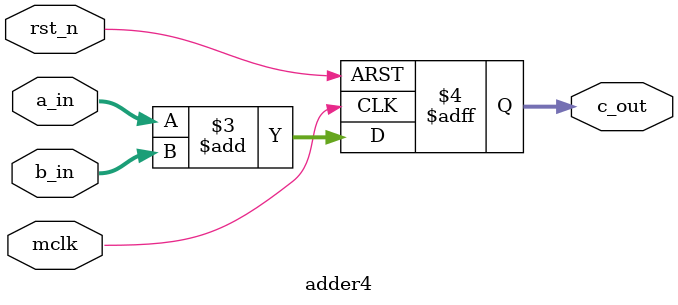
<source format=v>
module adder4(mclk,rst_n,a_in,b_in,c_out);

input mclk,rst_n;
input [3:0] a_in,b_in;
output [4:0] c_out;

reg[4:0] c_out;

always@(posedge mclk,negedge rst_n)
begin
	if(!rst_n)
		c_out <= 5'h0;
	else
		c_out <= a_in + b_in;
end

endmodule
</source>
